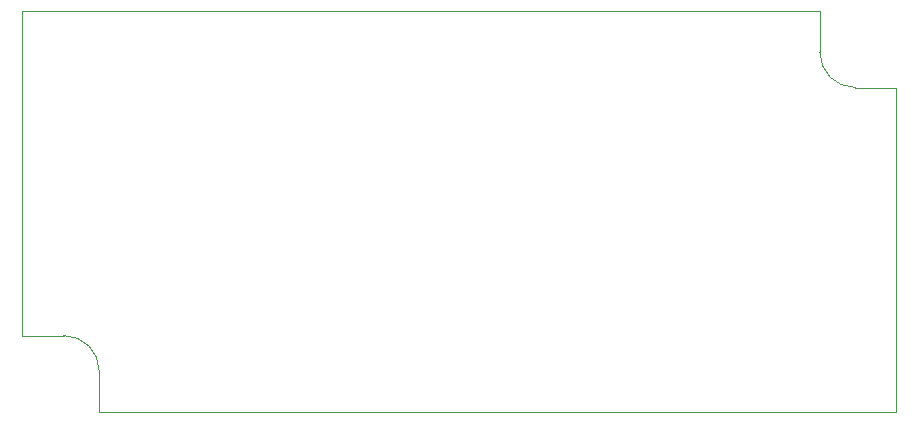
<source format=gm1>
G04 #@! TF.GenerationSoftware,KiCad,Pcbnew,6.99.0-unknown-58b8d63ff8~148~ubuntu20.04.1*
G04 #@! TF.CreationDate,2022-03-11T08:50:32+05:30*
G04 #@! TF.ProjectId,espc3-vario,65737063-332d-4766-9172-696f2e6b6963,rev?*
G04 #@! TF.SameCoordinates,Original*
G04 #@! TF.FileFunction,Profile,NP*
%FSLAX46Y46*%
G04 Gerber Fmt 4.6, Leading zero omitted, Abs format (unit mm)*
G04 Created by KiCad (PCBNEW 6.99.0-unknown-58b8d63ff8~148~ubuntu20.04.1) date 2022-03-11 08:50:32*
%MOMM*%
%LPD*%
G01*
G04 APERTURE LIST*
G04 #@! TA.AperFunction,Profile*
%ADD10C,0.100000*%
G04 #@! TD*
G04 APERTURE END LIST*
D10*
X157500000Y-86000000D02*
X157500000Y-89500000D01*
X96500000Y-120000000D02*
X164000000Y-120000000D01*
X157500000Y-89500000D02*
G75*
G03*
X160500000Y-92500000I3000001J1D01*
G01*
X90000000Y-113500000D02*
X93500000Y-113500000D01*
X164000000Y-92500000D02*
X161000000Y-92500000D01*
X161000000Y-92500000D02*
X160500000Y-92500000D01*
X157500000Y-86000000D02*
X90000000Y-86000000D01*
X96500000Y-120000000D02*
X96500000Y-116500000D01*
X90000000Y-86000000D02*
X90000000Y-113500000D01*
X164000000Y-120000000D02*
X164000000Y-92500000D01*
X96500000Y-116500000D02*
G75*
G03*
X93500000Y-113500000I-3000001J-1D01*
G01*
M02*

</source>
